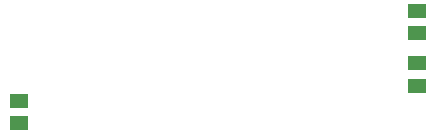
<source format=gbp>
G75*
%MOIN*%
%OFA0B0*%
%FSLAX24Y24*%
%IPPOS*%
%LPD*%
%AMOC8*
5,1,8,0,0,1.08239X$1,22.5*
%
%ADD10R,0.0591X0.0512*%
D10*
X002930Y005306D03*
X002930Y006054D03*
X016180Y006556D03*
X016180Y007304D03*
X016180Y008306D03*
X016180Y009054D03*
M02*

</source>
